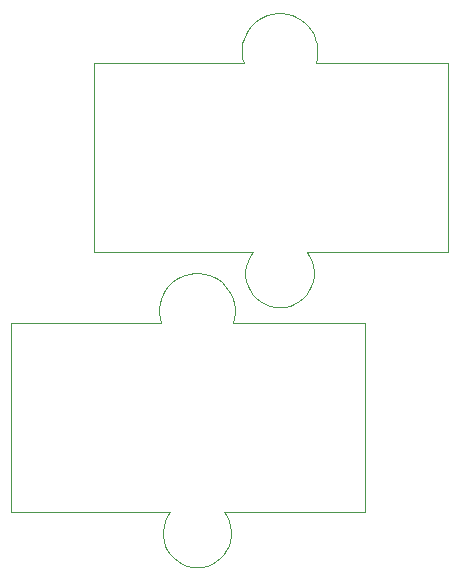
<source format=gko>
%MOIN*%
%OFA0B0*%
%FSLAX44Y44*%
%IPPOS*%
%LPD*%
%ADD10C,0*%
D10*
X00019840Y00012277D02*
X00019840Y00012277D01*
X00020009Y00012290D01*
X00020174Y00012328D01*
X00020332Y00012389D01*
X00020479Y00012473D01*
X00020612Y00012579D01*
X00020728Y00012702D01*
X00020824Y00012842D01*
X00020898Y00012994D01*
X00020949Y00013156D01*
X00020976Y00013323D01*
X00020977Y00013493D01*
X00020954Y00013661D01*
X00020905Y00013823D01*
X00020833Y00013976D01*
X00020740Y00014118D01*
X00025440Y00014118D01*
X00025440Y00020418D01*
X00021040Y00020418D01*
X00021081Y00020577D01*
X00021102Y00020741D01*
X00021102Y00020905D01*
X00021079Y00021069D01*
X00021036Y00021228D01*
X00020973Y00021380D01*
X00020890Y00021523D01*
X00020789Y00021653D01*
X00020672Y00021770D01*
X00020542Y00021870D01*
X00020399Y00021952D01*
X00020246Y00022015D01*
X00020087Y00022058D01*
X00019924Y00022080D01*
X00019759Y00022080D01*
X00019595Y00022059D01*
X00019436Y00022016D01*
X00019284Y00021954D01*
X00019141Y00021872D01*
X00019009Y00021772D01*
X00018892Y00021656D01*
X00018791Y00021526D01*
X00018708Y00021383D01*
X00018644Y00021231D01*
X00018601Y00021072D01*
X00018578Y00020909D01*
X00018577Y00020744D01*
X00018597Y00020580D01*
X00018639Y00020421D01*
X00013640Y00020418D01*
X00013640Y00014118D01*
X00018940Y00014118D01*
X00018846Y00013976D01*
X00018774Y00013823D01*
X00018726Y00013661D01*
X00018702Y00013493D01*
X00018703Y00013323D01*
X00018730Y00013156D01*
X00018781Y00012994D01*
X00018855Y00012842D01*
X00018952Y00012702D01*
X00019068Y00012579D01*
X00019200Y00012473D01*
X00019347Y00012389D01*
X00019505Y00012328D01*
X00019671Y00012290D01*
X00019840Y00012277D01*
X00022596Y00020939D02*
X00022596Y00020939D01*
X00022765Y00020951D01*
X00022930Y00020989D01*
X00023088Y00021051D01*
X00023235Y00021135D01*
X00023368Y00021240D01*
X00023484Y00021364D01*
X00023580Y00021503D01*
X00023654Y00021656D01*
X00023705Y00021817D01*
X00023732Y00021985D01*
X00023733Y00022154D01*
X00023710Y00022322D01*
X00023661Y00022484D01*
X00023589Y00022638D01*
X00023496Y00022779D01*
X00028196Y00022779D01*
X00028196Y00029079D01*
X00023796Y00029079D01*
X00023837Y00029238D01*
X00023858Y00029402D01*
X00023857Y00029567D01*
X00023835Y00029730D01*
X00023792Y00029889D01*
X00023729Y00030042D01*
X00023646Y00030184D01*
X00023545Y00030315D01*
X00023428Y00030431D01*
X00023297Y00030531D01*
X00023155Y00030614D01*
X00023002Y00030677D01*
X00022843Y00030719D01*
X00022680Y00030741D01*
X00022515Y00030741D01*
X00022351Y00030720D01*
X00022192Y00030678D01*
X00022040Y00030615D01*
X00021896Y00030533D01*
X00021765Y00030433D01*
X00021648Y00030317D01*
X00021547Y00030187D01*
X00021464Y00030045D01*
X00021400Y00029893D01*
X00021357Y00029734D01*
X00021334Y00029570D01*
X00021333Y00029405D01*
X00021353Y00029242D01*
X00021394Y00029082D01*
X00016396Y00029079D01*
X00016396Y00022779D01*
X00021696Y00022779D01*
X00021602Y00022638D01*
X00021530Y00022484D01*
X00021482Y00022322D01*
X00021458Y00022154D01*
X00021459Y00021985D01*
X00021486Y00021817D01*
X00021537Y00021656D01*
X00021611Y00021503D01*
X00021708Y00021364D01*
X00021823Y00021240D01*
X00021956Y00021135D01*
X00022103Y00021051D01*
X00022261Y00020989D01*
X00022427Y00020951D01*
X00022596Y00020939D01*
M02*
</source>
